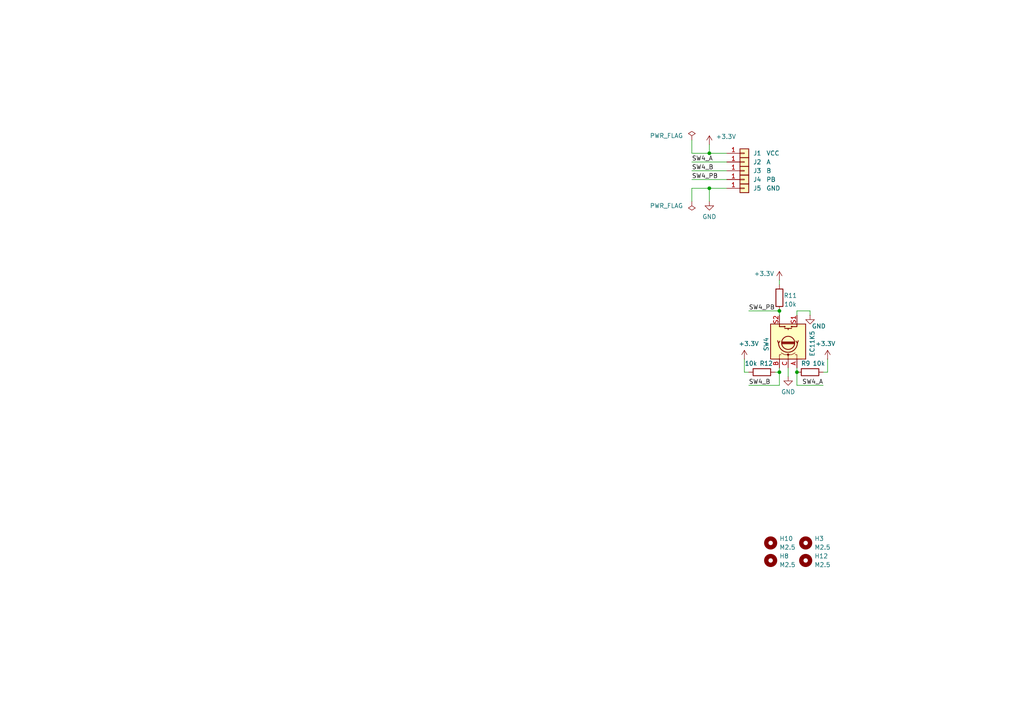
<source format=kicad_sch>
(kicad_sch (version 20231120) (generator "eeschema") (generator_version "8.0")
  (paper "A4")
  (lib_symbols
    (symbol "Connector_Generic:Conn_01x01" (pin_names (offset 1.016) hide)
      (property "Reference" "J" (at 0 2.54 0))
      (property "Value" "Conn_01x01" (at 0 -2.54 0))
      (symbol "Conn_01x01_1_1"
        (rectangle (start -1.27 0.127) (end 0 -0.127) (stroke (width 0.1524)))
        (rectangle (start -1.27 1.27) (end 1.27 -1.27) (stroke (width 0.254)) (fill (type background)))
        (pin passive line (at -5.08 0 0) (length 3.81) (name "Pin_1") (number "1"))
      )
    )
    (symbol "Device:R" (pin_numbers hide) (pin_names (offset 0))
      (property "Reference" "R" (at 2.032 0 90))
      (property "Value" "R" (at 0 0 90))
      (symbol "R_0_1"
        (rectangle (start -1.016 -2.54) (end 1.016 2.54) (stroke (width 0.254)))
      )
      (symbol "R_1_1"
        (pin passive line (at 0 3.81 270) (length 1.27) (name "~") (number "1"))
        (pin passive line (at 0 -3.81 90) (length 1.27) (name "~") (number "2"))
      )
    )
    (symbol "Device:RotaryEncoder_Switch" (pin_names (offset 0.254) hide)
      (property "Reference" "SW" (at 0 6.604 0))
      (property "Value" "RotaryEncoder_Switch" (at 0 -6.604 0))
      (symbol "RotaryEncoder_Switch_0_1"
        (rectangle (start -5.08 5.08) (end 5.08 -5.08) (stroke (width 0.254)) (fill (type background)))
        (circle (center -3.81 0) (radius 0.254) (fill (type outline)))
        (circle (center -0.381 0) (radius 1.905) (stroke (width 0.254)))
        (arc (start -0.381 2.667) (mid -3.0988 -0.0635) (end -0.381 -2.794) (stroke (width 0.254)))
        (polyline (pts (xy -0.635 -1.778) (xy -0.635 1.778)) (stroke (width 0.254)))
        (polyline (pts (xy -0.381 -1.778) (xy -0.381 1.778)) (stroke (width 0.254)))
        (polyline (pts (xy -0.127 1.778) (xy -0.127 -1.778)) (stroke (width 0.254)))
        (polyline (pts (xy 3.81 0) (xy 3.429 0)) (stroke (width 0.254)))
        (polyline (pts (xy 3.81 1.016) (xy 3.81 -1.016)) (stroke (width 0.254)))
        (polyline (pts (xy -5.08 -2.54) (xy -3.81 -2.54) (xy -3.81 -2.032)))
        (polyline (pts (xy -5.08 2.54) (xy -3.81 2.54) (xy -3.81 2.032)))
        (polyline (pts (xy 0.254 -3.048) (xy -0.508 -2.794) (xy 0.127 -2.413)) (stroke (width 0.254)))
        (polyline (pts (xy 0.254 2.921) (xy -0.508 2.667) (xy 0.127 2.286)) (stroke (width 0.254)))
        (polyline (pts (xy 5.08 -2.54) (xy 4.318 -2.54) (xy 4.318 -1.016)) (stroke (width 0.254)))
        (polyline (pts (xy 5.08 2.54) (xy 4.318 2.54) (xy 4.318 1.016)) (stroke (width 0.254)))
        (polyline (pts (xy -5.08 0) (xy -3.81 0) (xy -3.81 -1.016) (xy -3.302 -2.032)))
        (polyline (pts (xy -4.318 0) (xy -3.81 0) (xy -3.81 1.016) (xy -3.302 2.032)))
        (circle (center 4.318 -1.016) (radius 0.127) (stroke (width 0.254)))
        (circle (center 4.318 1.016) (radius 0.127) (stroke (width 0.254)))
      )
      (symbol "RotaryEncoder_Switch_1_1"
        (pin passive line (at -7.62 2.54 0) (length 2.54) (name "A") (number "A"))
        (pin passive line (at -7.62 -2.54 0) (length 2.54) (name "B") (number "B"))
        (pin passive line (at -7.62 0 0) (length 2.54) (name "C") (number "C"))
        (pin passive line (at 7.62 2.54 180) (length 2.54) (name "S1") (number "S1"))
        (pin passive line (at 7.62 -2.54 180) (length 2.54) (name "S2") (number "S2"))
      )
    )
    (symbol "Mechanical:MountingHole" (pin_names (offset 1.016)) (exclude_from_sim yes) (in_bom no)
      (property "Reference" "H" (at 0 5.08 0))
      (property "Value" "MountingHole" (at 0 3.175 0))
      (symbol "MountingHole_0_1"
        (circle (center 0 0) (radius 1.27) (stroke (width 1.27)))
      )
    )
    (symbol "power:+3.3V" (power) (pin_numbers hide) (pin_names (offset 0) hide)
      (property "Value" "+3.3V" (at 0 3.556 0))
      (symbol "+3.3V_0_1"
        (polyline (pts (xy -0.762 1.27) (xy 0 2.54)))
        (polyline (pts (xy 0 0) (xy 0 2.54)))
        (polyline (pts (xy 0 2.54) (xy 0.762 1.27)))
      )
      (symbol "+3.3V_1_1"
        (pin power_in line (at 0 0 90) (length 0) (name "~") (number "1"))
      )
    )
    (symbol "power:GND" (power) (pin_numbers hide) (pin_names (offset 0) hide)
      (property "Value" "GND" (at 0 -3.81 0))
      (symbol "GND_0_1"
        (polyline (pts (xy 0 0) (xy 0 -1.27) (xy 1.27 -1.27) (xy 0 -2.54) (xy -1.27 -1.27) (xy 0 -1.27)))
      )
      (symbol "GND_1_1"
        (pin power_in line (at 0 0 270) (length 0) (name "~") (number "1"))
      )
    )
    (symbol "power:PWR_FLAG" (power) (pin_numbers hide) (pin_names (offset 0) hide)
      (property "Value" "PWR_FLAG" (at 0 3.81 0))
      (symbol "PWR_FLAG_0_0"
        (pin power_out line (at 0 0 90) (length 0) (name "~") (number "1"))
      )
      (symbol "PWR_FLAG_0_1"
        (polyline (pts (xy 0 0) (xy 0 1.27) (xy -1.016 1.905) (xy 0 2.54) (xy 1.016 1.905) (xy 0 1.27)))
      )
    )
  )
  (junction (at 205.74 54.61))
  (junction (at 205.74 44.45))
  (junction (at 231.14 107.95))
  (junction (at 226.06 90.17))
  (junction (at 226.06 107.95))
  (wire (pts (xy 234.95 90.17) (xy 234.95 91.44)))
  (wire (pts (xy 231.14 111.76) (xy 238.76 111.76)))
  (wire (pts (xy 200.66 54.61) (xy 200.66 58.42)))
  (wire (pts (xy 205.74 54.61) (xy 205.74 58.42)))
  (wire (pts (xy 238.76 107.95) (xy 240.03 107.95)))
  (wire (pts (xy 226.06 107.95) (xy 226.06 111.76)))
  (wire (pts (xy 205.74 54.61) (xy 200.66 54.61)))
  (wire (pts (xy 205.74 44.45) (xy 205.74 41.91)))
  (wire (pts (xy 240.03 104.14) (xy 240.03 107.95)))
  (wire (pts (xy 231.14 90.17) (xy 231.14 91.44)))
  (wire (pts (xy 231.14 90.17) (xy 234.95 90.17)))
  (wire (pts (xy 226.06 90.17) (xy 226.06 91.44)))
  (wire (pts (xy 231.14 106.68) (xy 231.14 107.95)))
  (wire (pts (xy 210.82 44.45) (xy 205.74 44.45)))
  (wire (pts (xy 224.79 107.95) (xy 226.06 107.95)))
  (wire (pts (xy 231.14 107.95) (xy 231.14 111.76)))
  (wire (pts (xy 228.6 106.68) (xy 228.6 109.22)))
  (wire (pts (xy 226.06 81.28) (xy 226.06 82.55)))
  (wire (pts (xy 217.17 107.95) (xy 215.9 107.95)))
  (wire (pts (xy 200.66 44.45) (xy 200.66 40.64)))
  (wire (pts (xy 200.66 52.07) (xy 210.82 52.07)))
  (wire (pts (xy 215.9 104.14) (xy 215.9 107.95)))
  (wire (pts (xy 226.06 106.68) (xy 226.06 107.95)))
  (wire (pts (xy 205.74 44.45) (xy 200.66 44.45)))
  (wire (pts (xy 226.06 111.76) (xy 217.17 111.76)))
  (wire (pts (xy 210.82 54.61) (xy 205.74 54.61)))
  (wire (pts (xy 200.66 49.53) (xy 210.82 49.53)))
  (wire (pts (xy 217.17 90.17) (xy 226.06 90.17)))
  (wire (pts (xy 200.66 46.99) (xy 210.82 46.99)))
  (label "SW4_A" (at 200.66 46.99 0))
  (label "SW4_B" (at 200.66 49.53 0))
  (label "SW4_PB" (at 200.66 52.07 0))
  (label "SW4_B" (at 217.17 111.76 0))
  (label "SW4_PB" (at 217.17 90.17 0))
  (label "SW4_A" (at 238.76 111.76 180))
  (symbol (lib_id "Connector_Generic:Conn_01x01") (at 215.9 46.99 0) (unit 1)
    (property "Reference" "J2" (at 218.44 46.99 0) (effects (justify left)))
    (property "Value" "A" (at 222.25 46.9901 0) (effects (justify left)))
    (property "Footprint" "TestPoint:TestPoint_THTPad_D1.0mm_Drill0.5mm" (effects (hide yes)))
    (property "Description" "Generic connector, single row, 01x01, script generated (kicad-library-utils/schlib/autogen/connector/)" (effects (hide yes)))
  )
  (symbol (lib_id "Connector_Generic:Conn_01x01") (at 215.9 49.53 0) (unit 1)
    (property "Reference" "J3" (at 218.44 49.53 0) (effects (justify left)))
    (property "Value" "B" (at 222.25 49.5301 0) (effects (justify left)))
    (property "Footprint" "TestPoint:TestPoint_THTPad_D1.0mm_Drill0.5mm" (effects (hide yes)))
    (property "Description" "Generic connector, single row, 01x01, script generated (kicad-library-utils/schlib/autogen/connector/)" (effects (hide yes)))
  )
  (symbol (lib_id "Connector_Generic:Conn_01x01") (at 215.9 54.61 0) (unit 1)
    (property "Reference" "J5" (at 218.44 54.61 0) (effects (justify left)))
    (property "Value" "GND" (at 222.25 54.6101 0) (effects (justify left)))
    (property "Footprint" "TestPoint:TestPoint_THTPad_D1.0mm_Drill0.5mm" (effects (hide yes)))
    (property "Description" "Generic connector, single row, 01x01, script generated (kicad-library-utils/schlib/autogen/connector/)" (effects (hide yes)))
  )
  (symbol (lib_id "power:+3.3V") (at 240.03 104.14 0) (unit 1)
    (property "Reference" "#PWR018" (effects (hide yes)))
    (property "Value" "+3.3V" (at 239.395 99.695 0))
    (property "Description" "Power symbol creates a global label with name \"+3.3V\"" (effects (hide yes)))
  )
  (symbol (lib_id "Connector_Generic:Conn_01x01") (at 215.9 52.07 0) (unit 1)
    (property "Reference" "J4" (at 218.44 52.07 0) (effects (justify left)))
    (property "Value" "PB" (at 222.25 52.0701 0) (effects (justify left)))
    (property "Footprint" "TestPoint:TestPoint_THTPad_D1.0mm_Drill0.5mm" (effects (hide yes)))
    (property "Description" "Generic connector, single row, 01x01, script generated (kicad-library-utils/schlib/autogen/connector/)" (effects (hide yes)))
  )
  (symbol (lib_id "power:PWR_FLAG") (at 200.66 58.42 0) (mirror x) (unit 1)
    (property "Reference" "#FLG01" (effects (hide yes)))
    (property "Value" "PWR_FLAG" (at 198.12 59.6899 0) (effects (justify right)))
    (property "Description" "Special symbol for telling ERC where power comes from" (effects (hide yes)))
  )
  (symbol (lib_id "power:GND") (at 228.6 109.22 0) (mirror y) (unit 1)
    (property "Reference" "#PWR045" (effects (hide yes)))
    (property "Value" "GND" (at 228.6 113.665 0))
    (property "Description" "Power symbol creates a global label with name \"GND\" , ground" (effects (hide yes)))
  )
  (symbol (lib_id "Device:R") (at 234.95 107.95 270) (unit 1)
    (property "Reference" "R9" (at 233.68 105.41 90))
    (property "Value" "10k" (at 237.49 105.41 90))
    (property "Footprint" "Resistor_SMD:R_0805_2012Metric" (effects (hide yes)))
    (property "Description" "Resistor" (effects (hide yes)))
    (property "LCSC" "C17414" (effects (hide yes)))
  )
  (symbol (lib_id "power:+3.3V") (at 226.06 81.28 0) (mirror y) (unit 1)
    (property "Reference" "#PWR028" (effects (hide yes)))
    (property "Value" "+3.3V" (at 221.615 79.375 0))
    (property "Description" "Power symbol creates a global label with name \"+3.3V\"" (effects (hide yes)))
  )
  (symbol (lib_id "power:GND") (at 234.95 91.44 0) (mirror y) (unit 1)
    (property "Reference" "#PWR046" (effects (hide yes)))
    (property "Value" "GND" (at 237.49 94.615 0))
    (property "Description" "Power symbol creates a global label with name \"GND\" , ground" (effects (hide yes)))
  )
  (symbol (lib_id "power:+3.3V") (at 215.9 104.14 0) (mirror y) (unit 1)
    (property "Reference" "#PWR019" (effects (hide yes)))
    (property "Value" "+3.3V" (at 217.17 99.695 0))
    (property "Description" "Power symbol creates a global label with name \"+3.3V\"" (effects (hide yes)))
  )
  (symbol (lib_id "power:+3.3V") (at 205.74 41.91 0) (mirror y) (unit 1)
    (property "Reference" "#PWR012" (effects (hide yes)))
    (property "Value" "+3.3V" (at 210.566 39.624 0))
    (property "Description" "Power symbol creates a global label with name \"+3.3V\"" (effects (hide yes)))
  )
  (symbol (lib_id "Connector_Generic:Conn_01x01") (at 215.9 44.45 0) (unit 1)
    (property "Reference" "J1" (at 218.44 44.45 0) (effects (justify left)))
    (property "Value" "VCC" (at 222.25 44.4501 0) (effects (justify left)))
    (property "Footprint" "TestPoint:TestPoint_THTPad_D1.0mm_Drill0.5mm" (effects (hide yes)))
    (property "Description" "Generic connector, single row, 01x01, script generated (kicad-library-utils/schlib/autogen/connector/)" (effects (hide yes)))
  )
  (symbol (lib_id "Mechanical:MountingHole") (at 223.52 157.48 0) (unit 1)
    (property "Reference" "H10" (at 226.06 156.2099 0) (effects (justify left)))
    (property "Value" "M2.5" (at 226.06 158.7499 0) (effects (justify left)))
    (property "Footprint" "MountingHole:MountingHole_2.2mm_M2" (effects (hide yes)))
    (property "Description" "Mounting Hole without connection" (effects (hide yes)))
  )
  (symbol (lib_id "Mechanical:MountingHole") (at 223.52 162.56 0) (unit 1)
    (property "Reference" "H8" (at 226.06 161.2899 0) (effects (justify left)))
    (property "Value" "M2.5" (at 226.06 163.8299 0) (effects (justify left)))
    (property "Footprint" "MountingHole:MountingHole_2.2mm_M2" (effects (hide yes)))
    (property "Description" "Mounting Hole without connection" (effects (hide yes)))
  )
  (symbol (lib_id "Device:R") (at 226.06 86.36 0) (mirror x) (unit 1)
    (property "Reference" "R11" (at 229.235 85.725 0))
    (property "Value" "10k" (at 229.235 88.265 0))
    (property "Footprint" "Resistor_SMD:R_0805_2012Metric" (effects (hide yes)))
    (property "Description" "Resistor" (effects (hide yes)))
    (property "LCSC" "C17414" (effects (hide yes)))
  )
  (symbol (lib_id "Device:RotaryEncoder_Switch") (at 228.6 99.06 270) (mirror x) (unit 1)
    (property "Reference" "SW4" (at 222.25 97.7899 0) (effects (justify right)))
    (property "Value" "EC11K5" (at 235.585 95.885 0) (effects (justify right)))
    (property "Footprint" "ALPS:EC11K15" (effects (hide yes)))
    (property "Description" "Rotary encoder, dual channel, incremental quadrate outputs, with switch" (effects (hide yes)))
  )
  (symbol (lib_id "power:PWR_FLAG") (at 200.66 40.64 0) (unit 1)
    (property "Reference" "#FLG02" (effects (hide yes)))
    (property "Value" "PWR_FLAG" (at 198.12 39.3701 0) (effects (justify right)))
    (property "Description" "Special symbol for telling ERC where power comes from" (effects (hide yes)))
  )
  (symbol (lib_id "Mechanical:MountingHole") (at 233.68 162.56 0) (unit 1)
    (property "Reference" "H12" (at 236.22 161.2899 0) (effects (justify left)))
    (property "Value" "M2.5" (at 236.22 163.8299 0) (effects (justify left)))
    (property "Footprint" "MountingHole:MountingHole_2.2mm_M2" (effects (hide yes)))
    (property "Description" "Mounting Hole without connection" (effects (hide yes)))
  )
  (symbol (lib_id "Mechanical:MountingHole") (at 233.68 157.48 0) (unit 1)
    (property "Reference" "H3" (at 236.22 156.2099 0) (effects (justify left)))
    (property "Value" "M2.5" (at 236.22 158.7499 0) (effects (justify left)))
    (property "Footprint" "MountingHole:MountingHole_2.2mm_M2" (effects (hide yes)))
    (property "Description" "Mounting Hole without connection" (effects (hide yes)))
  )
  (symbol (lib_id "Device:R") (at 220.98 107.95 90) (mirror x) (unit 1)
    (property "Reference" "R12" (at 222.25 105.41 90))
    (property "Value" "10k" (at 217.805 105.41 90))
    (property "Footprint" "Resistor_SMD:R_0805_2012Metric" (effects (hide yes)))
    (property "Description" "Resistor" (effects (hide yes)))
    (property "LCSC" "C17414" (effects (hide yes)))
  )
  (symbol (lib_id "power:GND") (at 205.74 58.42 0) (unit 1)
    (property "Reference" "#PWR031" (effects (hide yes)))
    (property "Value" "GND" (at 205.74 62.865 0))
    (property "Description" "Power symbol creates a global label with name \"GND\" , ground" (effects (hide yes)))
  )
)
</source>
